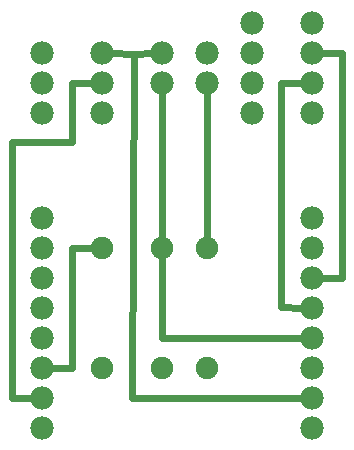
<source format=gbl>
G04 MADE WITH FRITZING*
G04 WWW.FRITZING.ORG*
G04 DOUBLE SIDED*
G04 HOLES PLATED*
G04 CONTOUR ON CENTER OF CONTOUR VECTOR*
%ASAXBY*%
%FSLAX23Y23*%
%MOIN*%
%OFA0B0*%
%SFA1.0B1.0*%
%ADD10C,0.077778*%
%ADD11C,0.078000*%
%ADD12C,0.075000*%
%ADD13C,0.024000*%
%ADD14R,0.001000X0.001000*%
%LNCOPPER0*%
G90*
G70*
G54D10*
X132Y1085D03*
X132Y985D03*
X132Y885D03*
X132Y785D03*
X132Y685D03*
X132Y585D03*
X132Y485D03*
X132Y385D03*
X1032Y385D03*
X1032Y485D03*
X1032Y585D03*
X1032Y685D03*
X1032Y785D03*
X1032Y885D03*
X1032Y985D03*
X1032Y1085D03*
G54D11*
X682Y1635D03*
X682Y1535D03*
X532Y1635D03*
X532Y1535D03*
X832Y1735D03*
X832Y1635D03*
X832Y1535D03*
X832Y1435D03*
X332Y1635D03*
X332Y1535D03*
X332Y1435D03*
X132Y1635D03*
X132Y1535D03*
X132Y1435D03*
G54D12*
X332Y985D03*
X332Y585D03*
X532Y985D03*
X532Y585D03*
X682Y985D03*
X682Y585D03*
G54D11*
X1032Y1735D03*
X1032Y1635D03*
X1032Y1535D03*
X1032Y1435D03*
G54D13*
X1131Y1634D02*
X1062Y1634D01*
D02*
X1131Y884D02*
X1131Y1634D01*
D02*
X1061Y884D02*
X1131Y884D01*
D02*
X930Y1534D02*
X1002Y1534D01*
D02*
X930Y786D02*
X930Y1534D01*
D02*
X1002Y785D02*
X930Y786D01*
D02*
X233Y1534D02*
X301Y1534D01*
D02*
X233Y1336D02*
X233Y1534D01*
D02*
X32Y1336D02*
X233Y1336D01*
D02*
X32Y484D02*
X32Y1336D01*
D02*
X102Y485D02*
X32Y484D01*
D02*
X233Y984D02*
X303Y984D01*
D02*
X233Y585D02*
X233Y984D01*
D02*
X161Y585D02*
X233Y585D01*
D02*
X532Y1504D02*
X532Y1013D01*
D02*
X682Y1504D02*
X682Y1013D01*
D02*
X531Y685D02*
X532Y956D01*
D02*
X1002Y685D02*
X531Y685D01*
D02*
X431Y484D02*
X1002Y485D01*
D02*
X439Y1632D02*
X431Y484D01*
D02*
X362Y1634D02*
X439Y1632D01*
D02*
X439Y1632D02*
X502Y1634D01*
G54D14*
D02*
G04 End of Copper0*
M02*
</source>
